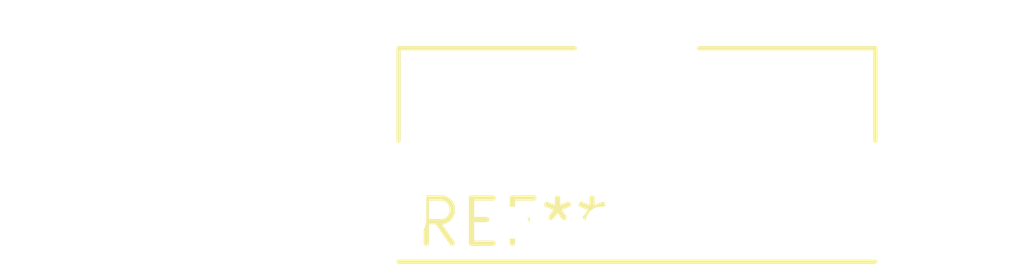
<source format=kicad_pcb>
(kicad_pcb (version 20240108) (generator pcbnew)
  (layers (0 "F.Cu" signal) (31 "B.Cu" signal) (34 "B.Paste" user) (35 "F.Paste" user) (36 "B.SilkS" user "B.Silkscreen") (37 "F.SilkS" user "F.Silkscreen") (38 "B.Mask" user) (39 "F.Mask" user) (44 "Edge.Cuts" user))
  (net 0 "")
  (footprint "USB_A_Molex_105057_Vertical" (layer "F.Cu") (at 0 0)
    (property "Reference" "REF**")
    (property "Value" "USB_A_Molex_105057_Vertical")
    (fp_line (start -3.2 -4.9) (end -3.2 -2.3) (layer "F.SilkS") (stroke (width 0.12)))
    (fp_line (start -3.2 -4.9) (end 1.75 -4.9) (layer "F.SilkS") (stroke (width 0.12)))
    (fp_line (start 10.2 -4.9) (end 5.25 -4.9) (layer "F.SilkS") (stroke (width 0.12)))
    (fp_line (start 10.2 -4.9) (end 10.2 -2.3) (layer "F.SilkS") (stroke (width 0.12)))
    (fp_line (start 10.2 1.1) (end -3.2 1.1) (layer "F.SilkS") (stroke (width 0.12)))
    (pad "1" thru_hole rect (at 0 0) (size 1.3 1.3) (drill 0.9) (layers *.Cu *.Mask) (remove_unused_layers))
    (pad "2" thru_hole circle (at 2.5 0) (size 1.3 1.3) (drill 0.9) (layers *.Cu *.Mask) (remove_unused_layers))
    (pad "3" thru_hole circle (at 4.5 0) (size 1.3 1.3) (drill 0.9) (layers *.Cu *.Mask) (remove_unused_layers))
    (pad "4" thru_hole circle (at 7 0) (size 1.3 1.3) (drill 0.9) (layers *.Cu *.Mask) (remove_unused_layers))
    (pad "5" thru_hole oval (at -3.07 -0.6 180) (size 1.9 2.9) (drill oval 1.3 2.3) (layers *.Cu *.Mask) (remove_unused_layers))
    (pad "5" thru_hole oval (at 3.5 -4.78 90) (size 1.9 2.9) (drill oval 1.3 2.3) (layers *.Cu *.Mask) (remove_unused_layers))
    (pad "5" thru_hole oval (at 10.07 -0.6) (size 1.9 2.9) (drill oval 1.3 2.3) (layers *.Cu *.Mask) (remove_unused_layers))
  )
)
</source>
